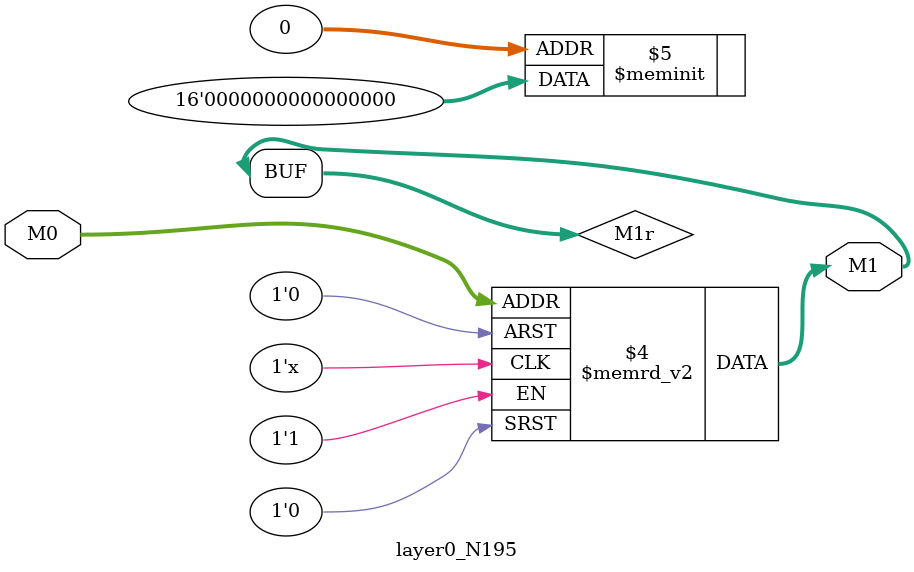
<source format=v>
module layer0_N195 ( input [2:0] M0, output [1:0] M1 );

	(*rom_style = "distributed" *) reg [1:0] M1r;
	assign M1 = M1r;
	always @ (M0) begin
		case (M0)
			3'b000: M1r = 2'b00;
			3'b100: M1r = 2'b00;
			3'b010: M1r = 2'b00;
			3'b110: M1r = 2'b00;
			3'b001: M1r = 2'b00;
			3'b101: M1r = 2'b00;
			3'b011: M1r = 2'b00;
			3'b111: M1r = 2'b00;

		endcase
	end
endmodule

</source>
